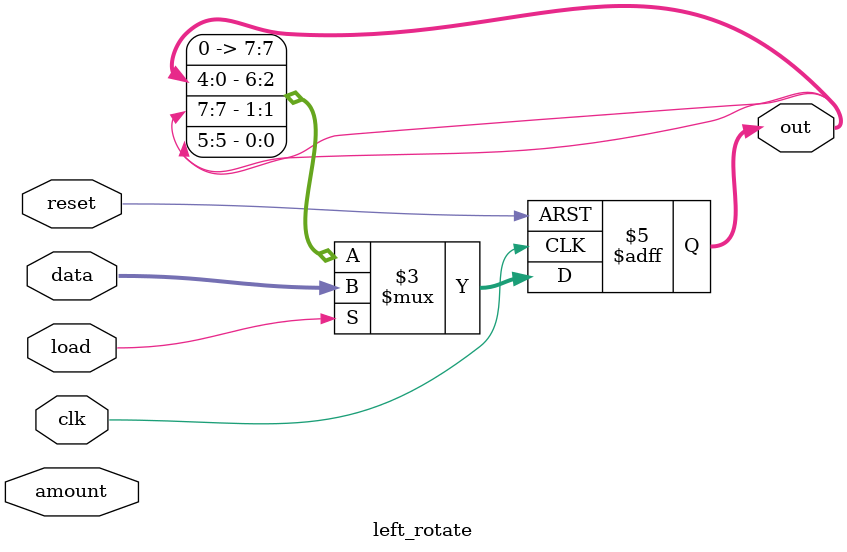
<source format=v>
module left_rotate(clk,reset,amount,data,load,out);
input clk,reset;
input [2:0] amount;
input [7:0] data;
input load;
output reg [7:0] out;
// when load is high, load data to out
// otherwise rotate the out register followed by left shift the out register by amount bits
always @(posedge clk or posedge reset)
	begin
	if (reset)
	out <= 0;
	else if (load)
	out <= data;
	else begin
	// shift the out value and at the same time rotate the out value
	// The shift is accomplished by using a 16-bits wide shift reg.
	// The rotation is accomplished by using a 8-bits wide shift reg.
	out = {out[6:0],out[7]};
	out = {out[5:0],out[6]};
	end
	end
endmodule

</source>
